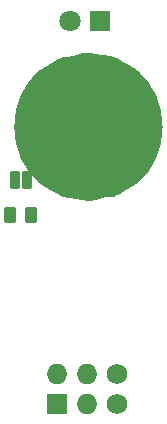
<source format=gbs>
%TF.GenerationSoftware,KiCad,Pcbnew,(6.0.0)*%
%TF.CreationDate,2022-06-30T21:17:56-05:00*%
%TF.ProjectId,DieHardSAO,44696548-6172-4645-9341-4f2e6b696361,rev?*%
%TF.SameCoordinates,Original*%
%TF.FileFunction,Soldermask,Bot*%
%TF.FilePolarity,Negative*%
%FSLAX46Y46*%
G04 Gerber Fmt 4.6, Leading zero omitted, Abs format (unit mm)*
G04 Created by KiCad (PCBNEW (6.0.0)) date 2022-06-30 21:17:56*
%MOMM*%
%LPD*%
G01*
G04 APERTURE LIST*
G04 Aperture macros list*
%AMRoundRect*
0 Rectangle with rounded corners*
0 $1 Rounding radius*
0 $2 $3 $4 $5 $6 $7 $8 $9 X,Y pos of 4 corners*
0 Add a 4 corners polygon primitive as box body*
4,1,4,$2,$3,$4,$5,$6,$7,$8,$9,$2,$3,0*
0 Add four circle primitives for the rounded corners*
1,1,$1+$1,$2,$3*
1,1,$1+$1,$4,$5*
1,1,$1+$1,$6,$7*
1,1,$1+$1,$8,$9*
0 Add four rect primitives between the rounded corners*
20,1,$1+$1,$2,$3,$4,$5,0*
20,1,$1+$1,$4,$5,$6,$7,0*
20,1,$1+$1,$6,$7,$8,$9,0*
20,1,$1+$1,$8,$9,$2,$3,0*%
G04 Aperture macros list end*
%ADD10C,6.300000*%
%ADD11RoundRect,0.101600X-0.398780X-0.599440X0.398780X-0.599440X0.398780X0.599440X-0.398780X0.599440X0*%
%ADD12RoundRect,0.101600X-0.317500X-0.635000X0.317500X-0.635000X0.317500X0.635000X-0.317500X0.635000X0*%
%ADD13C,1.727200*%
%ADD14O,1.727200X1.727200*%
%ADD15R,1.727200X1.727200*%
%ADD16C,1.800000*%
%ADD17R,1.800000X1.800000*%
G04 APERTURE END LIST*
D10*
X123900000Y-95500000D02*
G75*
G03*
X123900000Y-95500000I-3150000J0D01*
G01*
D11*
%TO.C,R1*%
X114100840Y-103000000D03*
X115899160Y-103000000D03*
%TD*%
D12*
%TO.C,JP1*%
X114492000Y-100000000D03*
X115508000Y-100000000D03*
%TD*%
D13*
%TO.C,X1*%
X123180200Y-118938400D03*
X123180200Y-116398400D03*
D14*
X120640200Y-118938400D03*
X120640200Y-116398400D03*
D15*
X118100200Y-118938400D03*
D14*
X118100200Y-116398400D03*
%TD*%
D16*
%TO.C,D1*%
X119210000Y-86500000D03*
D17*
X121750000Y-86500000D03*
%TD*%
M02*

</source>
